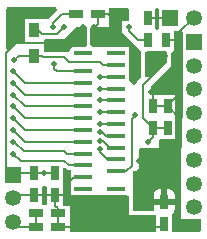
<source format=gbr>
%TF.GenerationSoftware,KiCad,Pcbnew,8.0.7*%
%TF.CreationDate,2025-04-29T18:30:23-03:00*%
%TF.ProjectId,ads_headstage_board_v4,6164735f-6865-4616-9473-746167655f62,rev?*%
%TF.SameCoordinates,Original*%
%TF.FileFunction,Copper,L2,Bot*%
%TF.FilePolarity,Positive*%
%FSLAX46Y46*%
G04 Gerber Fmt 4.6, Leading zero omitted, Abs format (unit mm)*
G04 Created by KiCad (PCBNEW 8.0.7) date 2025-04-29 18:30:23*
%MOMM*%
%LPD*%
G01*
G04 APERTURE LIST*
%TA.AperFunction,ComponentPad*%
%ADD10R,1.350000X1.350000*%
%TD*%
%TA.AperFunction,ComponentPad*%
%ADD11C,1.350000*%
%TD*%
%TA.AperFunction,SMDPad,CuDef*%
%ADD12R,0.750000X1.200000*%
%TD*%
%TA.AperFunction,SMDPad,CuDef*%
%ADD13R,1.200000X0.750000*%
%TD*%
%TA.AperFunction,SMDPad,CuDef*%
%ADD14R,1.500000X0.400000*%
%TD*%
%TA.AperFunction,SMDPad,CuDef*%
%ADD15R,0.900000X1.200000*%
%TD*%
%TA.AperFunction,ViaPad*%
%ADD16C,0.500000*%
%TD*%
%TA.AperFunction,Conductor*%
%ADD17C,0.203200*%
%TD*%
G04 APERTURE END LIST*
D10*
%TO.P,APwd1,1*%
%TO.N,/AVDD*%
X123450000Y-105200000D03*
D11*
%TO.P,APwd1,2*%
%TO.N,/AGND*%
X123450000Y-107200000D03*
%TO.P,APwd1,3*%
%TO.N,/AVSS*%
X123450000Y-109200000D03*
%TD*%
D12*
%TO.P,C2,1*%
%TO.N,/AVDD*%
X125200000Y-105050000D03*
%TO.P,C2,2*%
%TO.N,/AGND*%
X125200000Y-106950000D03*
%TD*%
D13*
%TO.P,C3,1*%
%TO.N,/AGND*%
X127300000Y-109650000D03*
%TO.P,C3,2*%
%TO.N,/AVSS*%
X125400000Y-109650000D03*
%TD*%
D12*
%TO.P,C4,1*%
%TO.N,/AVDD*%
X127050000Y-105050000D03*
%TO.P,C4,2*%
%TO.N,/AGND*%
X127050000Y-106950000D03*
%TD*%
D13*
%TO.P,C5,1*%
%TO.N,/AGND*%
X127300000Y-108450000D03*
%TO.P,C5,2*%
%TO.N,/AVSS*%
X125400000Y-108450000D03*
%TD*%
D12*
%TO.P,C6,1*%
%TO.N,/DVDD*%
X136550000Y-101250000D03*
%TO.P,C6,2*%
%TO.N,/DGND*%
X136550000Y-99350000D03*
%TD*%
%TO.P,C7,1*%
%TO.N,/DVDD*%
X135300000Y-101250000D03*
%TO.P,C7,2*%
%TO.N,/DGND*%
X135300000Y-99350000D03*
%TD*%
D13*
%TO.P,C8,1*%
%TO.N,/AVSS*%
X130650000Y-91600000D03*
%TO.P,C8,2*%
%TO.N,Net-(ADS1-Pad64)*%
X128750000Y-91600000D03*
%TD*%
D10*
%TO.P,DPwd1,1*%
%TO.N,/DVDD*%
X136750000Y-91900000D03*
D11*
%TO.P,DPwd1,2*%
%TO.N,/DGND*%
X138750000Y-91900000D03*
%TD*%
D14*
%TO.P,J1,42*%
%TO.N,Net-(J1-Pad42)*%
X132200000Y-106400000D03*
%TO.P,J1,43*%
%TO.N,Net-(J1-Pad43)*%
X129400000Y-106400000D03*
%TO.P,J1,41*%
%TO.N,Net-(J1-Pad41)*%
X129400000Y-94900000D03*
%TO.P,J1,1*%
%TO.N,/AGND*%
X132200000Y-95900000D03*
%TO.P,J1,3*%
%TO.N,/IN8N*%
X132200000Y-96900000D03*
%TO.P,J1,5*%
%TO.N,/IN7N*%
X132200000Y-97900000D03*
%TO.P,J1,7*%
%TO.N,/IN6N*%
X132200000Y-98900000D03*
%TO.P,J1,9*%
%TO.N,/IN5N*%
X132200000Y-99900000D03*
%TO.P,J1,11*%
%TO.N,/IN4N*%
X132200000Y-100900000D03*
%TO.P,J1,13*%
%TO.N,/IN3N*%
X132200000Y-101900000D03*
%TO.P,J1,15*%
%TO.N,/IN2N*%
X132200000Y-102900000D03*
%TO.P,J1,17*%
%TO.N,/IN1N*%
X132200000Y-103900000D03*
%TO.P,J1,19*%
%TO.N,/RDLout*%
X132200000Y-104900000D03*
%TO.P,J1,2*%
X129400000Y-96400000D03*
%TO.P,J1,4*%
%TO.N,/IN8P*%
X129400000Y-97400000D03*
%TO.P,J1,6*%
%TO.N,/IN7P*%
X129400000Y-98400000D03*
%TO.P,J1,8*%
%TO.N,/IN6P*%
X129400000Y-99400000D03*
%TO.P,J1,10*%
%TO.N,/IN5P*%
X129400000Y-100400000D03*
%TO.P,J1,12*%
%TO.N,/IN4P*%
X129400000Y-101400000D03*
%TO.P,J1,14*%
%TO.N,/IN3P*%
X129400000Y-102400000D03*
%TO.P,J1,16*%
%TO.N,/IN2P*%
X129400000Y-103400000D03*
%TO.P,J1,18*%
%TO.N,/IN1P*%
X129400000Y-104400000D03*
%TO.P,J1,20*%
%TO.N,/AGND*%
X129400000Y-105400000D03*
%TO.P,J1,40*%
%TO.N,Net-(J1-Pad40)*%
X132200000Y-94900000D03*
%TD*%
D12*
%TO.P,CLKSEL,1*%
%TO.N,/DVDD*%
X134900000Y-91900000D03*
%TO.P,CLKSEL,2*%
%TO.N,/CLKSEL*%
X134900000Y-93800000D03*
%TD*%
%TO.P,ADGND,1*%
%TO.N,/AGND*%
X136250000Y-109400000D03*
%TO.P,ADGND,2*%
%TO.N,/DGND*%
X136250000Y-107500000D03*
%TD*%
D15*
%TO.P,R2,1*%
%TO.N,/AGND*%
X125250000Y-95100000D03*
%TO.P,R2,2*%
%TO.N,/ADS1298/RLDIN*%
X125250000Y-92900000D03*
%TD*%
D10*
%TO.P,SPI1,1*%
%TO.N,/~{DRDY}*%
X138750000Y-93950000D03*
D11*
%TO.P,SPI1,2*%
%TO.N,/MISO*%
X138750000Y-95950000D03*
%TO.P,SPI1,3*%
%TO.N,/SPI_CLK*%
X138750000Y-97950000D03*
%TO.P,SPI1,4*%
%TO.N,/~{CS}*%
X138750000Y-99950000D03*
%TO.P,SPI1,5*%
%TO.N,/START*%
X138750000Y-101950000D03*
%TO.P,SPI1,6*%
%TO.N,/~{RESET}*%
X138750000Y-103950000D03*
%TO.P,SPI1,7*%
%TO.N,/MOSI*%
X138750000Y-105950000D03*
%TO.P,SPI1,8*%
%TO.N,/CLK*%
X138750000Y-107950000D03*
%TD*%
D12*
%TO.P,jDGND1,1*%
%TO.N,/DGND*%
X136400000Y-93800000D03*
%TD*%
D16*
%TO.N,/IN8N*%
X130800000Y-96900000D03*
%TO.N,/IN8P*%
X123500000Y-96400000D03*
%TO.N,/IN7N*%
X130800000Y-97900000D03*
%TO.N,/IN7P*%
X123500000Y-97400000D03*
%TO.N,/IN6N*%
X130800000Y-98900000D03*
%TO.N,/IN6P*%
X123500000Y-98400000D03*
%TO.N,/IN5N*%
X130800000Y-99900000D03*
%TO.N,/IN5P*%
X123500000Y-99400000D03*
%TO.N,/IN4N*%
X130800000Y-100900000D03*
%TO.N,/IN4P*%
X123500000Y-100400000D03*
%TO.N,/IN3N*%
X130800000Y-101600000D03*
%TO.N,/IN3P*%
X123500000Y-101400000D03*
%TO.N,/IN2N*%
X130800000Y-102300000D03*
%TO.N,/IN2P*%
X123500000Y-102400000D03*
%TO.N,/IN1N*%
X130800000Y-103000000D03*
%TO.N,/IN1P*%
X123500000Y-103400000D03*
%TO.N,/AVDD*%
X126100000Y-105050000D03*
X129350000Y-92700000D03*
%TO.N,/AVSS*%
X133700000Y-97350000D03*
X132350000Y-92700000D03*
X130350000Y-92700000D03*
%TO.N,/DGND*%
X135100000Y-98150000D03*
X134100000Y-104050000D03*
X136250000Y-104250000D03*
%TO.N,/DVDD*%
X136300000Y-95150000D03*
X134900000Y-102400000D03*
%TO.N,/CLKSEL*%
X133250000Y-92700000D03*
%TO.N,/ADS1298/RLDIN*%
X127750000Y-92700000D03*
%TO.N,/RDLout*%
X133800000Y-100150000D03*
X126950000Y-95800000D03*
%TO.N,Net-(ADS1-Pad64)*%
X126850000Y-92700000D03*
%TO.N,/AGND*%
X123550000Y-95500000D03*
%TD*%
D17*
%TO.N,/IN8N*%
X130800000Y-96900000D02*
X132200000Y-96900000D01*
%TO.N,/IN8P*%
X124500000Y-97400000D02*
X129400000Y-97400000D01*
X123500000Y-96400000D02*
X124500000Y-97400000D01*
%TO.N,/IN7N*%
X130800000Y-97900000D02*
X132200000Y-97900000D01*
%TO.N,/IN7P*%
X124500000Y-98400000D02*
X129400000Y-98400000D01*
X123500000Y-97400000D02*
X124500000Y-98400000D01*
%TO.N,/IN6N*%
X130800000Y-98900000D02*
X132200000Y-98900000D01*
%TO.N,/IN6P*%
X124500000Y-99400000D02*
X129400000Y-99400000D01*
X123500000Y-98400000D02*
X124500000Y-99400000D01*
%TO.N,/IN5N*%
X130800000Y-99900000D02*
X132200000Y-99900000D01*
%TO.N,/IN5P*%
X124500000Y-100400000D02*
X129400000Y-100400000D01*
X123500000Y-99400000D02*
X124500000Y-100400000D01*
%TO.N,/IN4N*%
X132200000Y-100900000D02*
X130800000Y-100900000D01*
%TO.N,/IN4P*%
X124500000Y-101400000D02*
X129400000Y-101400000D01*
X123500000Y-100400000D02*
X124500000Y-101400000D01*
%TO.N,/IN3N*%
X131300000Y-101900000D02*
X131000000Y-101600000D01*
X131000000Y-101600000D02*
X130800000Y-101600000D01*
X131300000Y-101900000D02*
X132200000Y-101900000D01*
%TO.N,/IN3P*%
X124500000Y-102400000D02*
X129400000Y-102400000D01*
X123500000Y-101400000D02*
X124500000Y-102400000D01*
%TO.N,/IN2N*%
X132200000Y-102900000D02*
X131700000Y-102900000D01*
X131700000Y-102900000D02*
X131100000Y-102300000D01*
X131100000Y-102300000D02*
X130800000Y-102300000D01*
X130800000Y-102300000D02*
X130800000Y-102300000D01*
X131550000Y-102900000D02*
X132200000Y-102900000D01*
%TO.N,/IN2P*%
X123500000Y-102400000D02*
X123550000Y-102400000D01*
X128000000Y-103400000D02*
X129400000Y-103400000D01*
X127800000Y-103200000D02*
X128000000Y-103400000D01*
X124350000Y-103200000D02*
X127800000Y-103200000D01*
X123550000Y-102400000D02*
X124350000Y-103200000D01*
%TO.N,/IN1N*%
X131400000Y-103900000D02*
X130800000Y-103300000D01*
X130800000Y-103300000D02*
X130800000Y-103000000D01*
X131400000Y-103900000D02*
X132200000Y-103900000D01*
%TO.N,/IN1P*%
X128200000Y-104400000D02*
X129400000Y-104400000D01*
X127800000Y-104000000D02*
X128200000Y-104400000D01*
X124100000Y-104000000D02*
X127800000Y-104000000D01*
X123500000Y-103400000D02*
X124100000Y-104000000D01*
%TO.N,/AVDD*%
X123750000Y-94000000D02*
X123750000Y-93100000D01*
X123450000Y-105200000D02*
X123450000Y-105050000D01*
X123450000Y-105050000D02*
X122900000Y-104500000D01*
X125200000Y-105050000D02*
X123600000Y-105050000D01*
X123600000Y-105050000D02*
X123450000Y-105200000D01*
X125200000Y-105050000D02*
X127050000Y-105050000D01*
X127050000Y-105050000D02*
X126100000Y-105050000D01*
X127850000Y-94000000D02*
X128050000Y-94000000D01*
X127850000Y-94000000D02*
X123750000Y-94000000D01*
X123750000Y-94000000D02*
X122900000Y-94850000D01*
X122900000Y-105100000D02*
X122900000Y-104500000D01*
X122900000Y-104500000D02*
X122900000Y-94850000D01*
X128050000Y-94000000D02*
X129350000Y-92700000D01*
X122900000Y-105100000D02*
X123300000Y-105500000D01*
X123300000Y-105500000D02*
X123750000Y-105050000D01*
X123750000Y-105050000D02*
X126100000Y-105050000D01*
%TO.N,/AVSS*%
X125400000Y-109650000D02*
X123900000Y-109650000D01*
X123900000Y-109650000D02*
X123450000Y-109200000D01*
X133700000Y-97350000D02*
X133700000Y-94450000D01*
X132350000Y-93150000D02*
X133700000Y-94450000D01*
X132350000Y-93150000D02*
X132350000Y-92700000D01*
X132350000Y-92700000D02*
X132350000Y-92450000D01*
X132350000Y-92450000D02*
X131500000Y-91600000D01*
X131500000Y-91600000D02*
X130650000Y-91600000D01*
X130650000Y-92400000D02*
X130650000Y-91600000D01*
X130350000Y-92700000D02*
X130650000Y-92400000D01*
X125400000Y-108450000D02*
X125400000Y-109650000D01*
%TO.N,/DGND*%
X138750000Y-91900000D02*
X137550000Y-93100000D01*
X137550000Y-93100000D02*
X137550000Y-93400000D01*
X137150000Y-93800000D02*
X136400000Y-93800000D01*
X137550000Y-93400000D02*
X137150000Y-93800000D01*
X135300000Y-99350000D02*
X135300000Y-98350000D01*
X135300000Y-98350000D02*
X135100000Y-98150000D01*
X137550000Y-100350000D02*
X137550000Y-102950000D01*
X136550000Y-99350000D02*
X137550000Y-100350000D01*
X137550000Y-102950000D02*
X136250000Y-104250000D01*
X134100000Y-104050000D02*
X136050000Y-104050000D01*
X136050000Y-104050000D02*
X136250000Y-104250000D01*
X136950000Y-98950000D02*
X136550000Y-99350000D01*
X137550000Y-98350000D02*
X136950000Y-98950000D01*
X137550000Y-93100000D02*
X137550000Y-98350000D01*
X135300000Y-99350000D02*
X135300000Y-98850000D01*
X136250000Y-104250000D02*
X136250000Y-107500000D01*
X136250000Y-107500000D02*
X136250000Y-104250000D01*
X136550000Y-99350000D02*
X135300000Y-99350000D01*
%TO.N,/DVDD*%
X136750000Y-91900000D02*
X134900000Y-91900000D01*
X134450000Y-98500000D02*
X134450000Y-97600000D01*
X135300000Y-101250000D02*
X134450000Y-100400000D01*
X134450000Y-100400000D02*
X134450000Y-98500000D01*
X136300000Y-95750000D02*
X136300000Y-95150000D01*
X134450000Y-97600000D02*
X136300000Y-95750000D01*
X134900000Y-102400000D02*
X135300000Y-102000000D01*
X135300000Y-102000000D02*
X135300000Y-101250000D01*
X135300000Y-101250000D02*
X136550000Y-101250000D01*
%TO.N,/CLKSEL*%
X134900000Y-93800000D02*
X134050000Y-93800000D01*
X133250000Y-93000000D02*
X133250000Y-92700000D01*
X134050000Y-93800000D02*
X133250000Y-93000000D01*
%TO.N,/ADS1298/RLDIN*%
X125250000Y-92900000D02*
X125550000Y-92900000D01*
X125550000Y-92900000D02*
X125950000Y-93300000D01*
X125950000Y-93300000D02*
X127150000Y-93300000D01*
X127150000Y-93300000D02*
X127750000Y-92700000D01*
X127750000Y-92700000D02*
X127250000Y-93200000D01*
%TO.N,/RDLout*%
X132200000Y-104900000D02*
X133050000Y-104900000D01*
X133500000Y-100450000D02*
X133800000Y-100150000D01*
X133500000Y-104450000D02*
X133500000Y-100450000D01*
X133050000Y-104900000D02*
X133500000Y-104450000D01*
X129400000Y-96400000D02*
X127150000Y-96400000D01*
X126950000Y-96200000D02*
X127150000Y-96400000D01*
X126950000Y-96200000D02*
X126950000Y-95800000D01*
%TO.N,Net-(ADS1-Pad64)*%
X128750000Y-91600000D02*
X127600000Y-91600000D01*
X126850000Y-92350000D02*
X126850000Y-92700000D01*
X127600000Y-91600000D02*
X126850000Y-92350000D01*
X128750000Y-91600000D02*
X128450000Y-91600000D01*
%TO.N,/AGND*%
X127050000Y-106950000D02*
X127050000Y-107800000D01*
X127300000Y-108050000D02*
X127300000Y-108450000D01*
X127050000Y-107800000D02*
X127300000Y-108050000D01*
X129400000Y-105400000D02*
X128600000Y-105400000D01*
X127700000Y-106950000D02*
X127050000Y-106950000D01*
X127950000Y-106700000D02*
X127700000Y-106950000D01*
X127950000Y-106050000D02*
X127950000Y-106700000D01*
X128600000Y-105400000D02*
X127950000Y-106050000D01*
X125250000Y-95100000D02*
X123950000Y-95100000D01*
X123950000Y-95100000D02*
X123550000Y-95500000D01*
X125250000Y-95100000D02*
X125900000Y-95100000D01*
X131100000Y-95900000D02*
X132200000Y-95900000D01*
X130850000Y-95650000D02*
X131100000Y-95900000D01*
X128200000Y-95650000D02*
X130850000Y-95650000D01*
X127750000Y-95200000D02*
X128200000Y-95650000D01*
X126000000Y-95200000D02*
X127750000Y-95200000D01*
X125900000Y-95100000D02*
X126000000Y-95200000D01*
X127300000Y-109650000D02*
X129800000Y-109650000D01*
X129800000Y-109650000D02*
X136000000Y-109650000D01*
X136000000Y-109650000D02*
X136250000Y-109400000D01*
X125200000Y-106950000D02*
X127050000Y-106950000D01*
X123300000Y-107500000D02*
X123850000Y-106950000D01*
X123850000Y-106950000D02*
X125200000Y-106950000D01*
X127300000Y-108450000D02*
X127300000Y-109650000D01*
%TD*%
%TA.AperFunction,Conductor*%
%TO.N,/AGND*%
G36*
X127908512Y-104612568D02*
G01*
X127915095Y-104618697D01*
X127981349Y-104684951D01*
X127987906Y-104689983D01*
X127987369Y-104690682D01*
X128001599Y-104701599D01*
X128050000Y-104750000D01*
X128113765Y-104750000D01*
X128146374Y-104754292D01*
X128153119Y-104756100D01*
X128246881Y-104756100D01*
X128274000Y-104756100D01*
X128342121Y-104776102D01*
X128388614Y-104829758D01*
X128400000Y-104882100D01*
X128400000Y-106139899D01*
X128397579Y-106164480D01*
X128395500Y-106174928D01*
X128395500Y-106625064D01*
X128395501Y-106625073D01*
X128397578Y-106635510D01*
X128400000Y-106660094D01*
X128400000Y-106950000D01*
X133124000Y-106950000D01*
X133192121Y-106970002D01*
X133238614Y-107023658D01*
X133250000Y-107076000D01*
X133250000Y-108550000D01*
X133250000Y-108600000D01*
X135474000Y-108600000D01*
X135542121Y-108620002D01*
X135588614Y-108673658D01*
X135600000Y-108726000D01*
X135600000Y-109924000D01*
X135579998Y-109992121D01*
X135526342Y-110038614D01*
X135474000Y-110050000D01*
X128376000Y-110050000D01*
X128307879Y-110029998D01*
X128261386Y-109976342D01*
X128250000Y-109924000D01*
X128250000Y-107850000D01*
X127826000Y-107850000D01*
X127757879Y-107829998D01*
X127711386Y-107776342D01*
X127700000Y-107724000D01*
X127700000Y-104707792D01*
X127720002Y-104639671D01*
X127773658Y-104593178D01*
X127843932Y-104583074D01*
X127908512Y-104612568D01*
G37*
%TD.AperFunction*%
%TD*%
%TA.AperFunction,Conductor*%
%TO.N,/DGND*%
G36*
X137787591Y-93020002D02*
G01*
X137834084Y-93073658D01*
X137844188Y-93143932D01*
X137835880Y-93174215D01*
X137835266Y-93175695D01*
X137820500Y-93249930D01*
X137820500Y-94650063D01*
X137820501Y-94650073D01*
X137837687Y-94736474D01*
X137835729Y-94736863D01*
X137841045Y-94763961D01*
X137836054Y-95747322D01*
X137835366Y-95759843D01*
X137820427Y-95901981D01*
X137815380Y-95950000D01*
X137833396Y-96121419D01*
X137834084Y-96135229D01*
X137825385Y-97848809D01*
X137824697Y-97861337D01*
X137815380Y-97949998D01*
X137815380Y-97950000D01*
X137823711Y-98029278D01*
X137824399Y-98043086D01*
X137800263Y-102798184D01*
X137779916Y-102866202D01*
X137763360Y-102886639D01*
X137700000Y-102949998D01*
X137700000Y-102950000D01*
X137700000Y-108900000D01*
X139224000Y-108900000D01*
X139292121Y-108920002D01*
X139338614Y-108973658D01*
X139350000Y-109026000D01*
X139350000Y-109924000D01*
X139329998Y-109992121D01*
X139276342Y-110038614D01*
X139224000Y-110050000D01*
X137076000Y-110050000D01*
X137007879Y-110029998D01*
X136961386Y-109976342D01*
X136950000Y-109924000D01*
X136950000Y-108552998D01*
X136970002Y-108484877D01*
X136986911Y-108463897D01*
X136987904Y-108462904D01*
X137075444Y-108345965D01*
X137075444Y-108345964D01*
X137126494Y-108209093D01*
X137132999Y-108148597D01*
X137133000Y-108148585D01*
X137133000Y-107754000D01*
X135367000Y-107754000D01*
X135367000Y-108148590D01*
X135368284Y-108160527D01*
X135355680Y-108230396D01*
X135307304Y-108282360D01*
X135243006Y-108300000D01*
X133726000Y-108300000D01*
X133657879Y-108279998D01*
X133611386Y-108226342D01*
X133600000Y-108174000D01*
X133600000Y-106851402D01*
X135367000Y-106851402D01*
X135367000Y-107246000D01*
X135996000Y-107246000D01*
X136504000Y-107246000D01*
X137133000Y-107246000D01*
X137133000Y-106851414D01*
X137132999Y-106851402D01*
X137126494Y-106790906D01*
X137075444Y-106654035D01*
X137075444Y-106654034D01*
X136987904Y-106537095D01*
X136870965Y-106449555D01*
X136734093Y-106398505D01*
X136673597Y-106392000D01*
X136504000Y-106392000D01*
X136504000Y-107246000D01*
X135996000Y-107246000D01*
X135996000Y-106392000D01*
X135826402Y-106392000D01*
X135765906Y-106398505D01*
X135629035Y-106449555D01*
X135629034Y-106449555D01*
X135512095Y-106537095D01*
X135424555Y-106654034D01*
X135424555Y-106654035D01*
X135373505Y-106790906D01*
X135367000Y-106851402D01*
X133600000Y-106851402D01*
X133600000Y-104976000D01*
X133620002Y-104907879D01*
X133673658Y-104861386D01*
X133726000Y-104850000D01*
X133849998Y-104850000D01*
X133850000Y-104850000D01*
X134100000Y-104650000D01*
X134100000Y-103076000D01*
X134120002Y-103007879D01*
X134173658Y-102961386D01*
X134226000Y-102950000D01*
X135800000Y-102950000D01*
X135800000Y-102326000D01*
X135820002Y-102257879D01*
X135873658Y-102211386D01*
X135926000Y-102200000D01*
X137200000Y-102200000D01*
X137200000Y-98400000D01*
X135226000Y-98400000D01*
X135157879Y-98379998D01*
X135111386Y-98326342D01*
X135100000Y-98274000D01*
X135100000Y-97752190D01*
X135120002Y-97684069D01*
X135136905Y-97663095D01*
X136850000Y-95950000D01*
X136850000Y-94913000D01*
X136870002Y-94844879D01*
X136900400Y-94812200D01*
X137050000Y-94700000D01*
X137050000Y-93126000D01*
X137070002Y-93057879D01*
X137123658Y-93011386D01*
X137176000Y-93000000D01*
X137719470Y-93000000D01*
X137787591Y-93020002D01*
G37*
%TD.AperFunction*%
%TD*%
%TA.AperFunction,Conductor*%
%TO.N,/AGND*%
G36*
X126292121Y-106170002D02*
G01*
X126338614Y-106223658D01*
X126350000Y-106276000D01*
X126350000Y-107624000D01*
X126329998Y-107692121D01*
X126276342Y-107738614D01*
X126224000Y-107750000D01*
X126026000Y-107750000D01*
X125957879Y-107729998D01*
X125911386Y-107676342D01*
X125900000Y-107624000D01*
X125900000Y-106276000D01*
X125920002Y-106207879D01*
X125973658Y-106161386D01*
X126026000Y-106150000D01*
X126224000Y-106150000D01*
X126292121Y-106170002D01*
G37*
%TD.AperFunction*%
%TD*%
%TA.AperFunction,Conductor*%
%TO.N,/AVDD*%
G36*
X127092121Y-91020002D02*
G01*
X127138614Y-91073658D01*
X127150000Y-91126000D01*
X127150000Y-91297810D01*
X127129998Y-91365931D01*
X127113095Y-91386905D01*
X126536905Y-91963095D01*
X126474593Y-91997121D01*
X126447810Y-92000000D01*
X124500000Y-92000000D01*
X124500000Y-93874000D01*
X124479998Y-93942121D01*
X124426342Y-93988614D01*
X124374000Y-94000000D01*
X123749998Y-94000000D01*
X123701461Y-94048538D01*
X123698543Y-94051365D01*
X123112177Y-94601084D01*
X123048800Y-94633082D01*
X122978184Y-94625737D01*
X122922750Y-94581380D01*
X122900097Y-94514094D01*
X122900000Y-94509162D01*
X122900000Y-91126000D01*
X122920002Y-91057879D01*
X122973658Y-91011386D01*
X123026000Y-91000000D01*
X127024000Y-91000000D01*
X127092121Y-91020002D01*
G37*
%TD.AperFunction*%
%TD*%
%TA.AperFunction,Conductor*%
%TO.N,/AVDD*%
G36*
X129642121Y-92670002D02*
G01*
X129688614Y-92723658D01*
X129700000Y-92776000D01*
X129700000Y-94224000D01*
X129679998Y-94292121D01*
X129626342Y-94338614D01*
X129574000Y-94350000D01*
X128450000Y-94350000D01*
X128250000Y-94600000D01*
X128250000Y-94674000D01*
X128229998Y-94742121D01*
X128176342Y-94788614D01*
X128124000Y-94800000D01*
X126252190Y-94800000D01*
X126184069Y-94779998D01*
X126163095Y-94763095D01*
X126086905Y-94686905D01*
X126052879Y-94624593D01*
X126050000Y-94597810D01*
X126050000Y-93888149D01*
X126070002Y-93820028D01*
X126071125Y-93818311D01*
X126112595Y-93756106D01*
X126167024Y-93710523D01*
X126217433Y-93700000D01*
X127799999Y-93700000D01*
X127800000Y-93700000D01*
X128863483Y-92684856D01*
X128926569Y-92652290D01*
X128950483Y-92650000D01*
X129574000Y-92650000D01*
X129642121Y-92670002D01*
G37*
%TD.AperFunction*%
%TD*%
%TA.AperFunction,Conductor*%
%TO.N,/AVSS*%
G36*
X133192121Y-91070002D02*
G01*
X133238614Y-91123658D01*
X133250000Y-91176000D01*
X133250000Y-92074000D01*
X133229998Y-92142121D01*
X133176342Y-92188614D01*
X133124000Y-92200000D01*
X132650000Y-92200000D01*
X132650000Y-93200000D01*
X134260270Y-94712678D01*
X134296224Y-94773895D01*
X134300000Y-94804511D01*
X134300000Y-96852656D01*
X134279998Y-96920777D01*
X134268825Y-96935627D01*
X133987650Y-97256971D01*
X133927739Y-97295066D01*
X133892825Y-97300000D01*
X133452190Y-97300000D01*
X133384069Y-97279998D01*
X133363095Y-97263095D01*
X133336905Y-97236905D01*
X133302879Y-97174593D01*
X133300000Y-97147810D01*
X133300000Y-94450000D01*
X133299999Y-94449998D01*
X133250001Y-94400000D01*
X133250000Y-94400000D01*
X130252190Y-94400000D01*
X130184069Y-94379998D01*
X130163095Y-94363095D01*
X130036905Y-94236905D01*
X130002879Y-94174593D01*
X130000000Y-94147810D01*
X130000000Y-92776000D01*
X130020002Y-92707879D01*
X130073658Y-92661386D01*
X130126000Y-92650000D01*
X131600000Y-92650000D01*
X131600000Y-91176000D01*
X131620002Y-91107879D01*
X131673658Y-91061386D01*
X131726000Y-91050000D01*
X133124000Y-91050000D01*
X133192121Y-91070002D01*
G37*
%TD.AperFunction*%
%TD*%
%TA.AperFunction,Conductor*%
%TO.N,/DVDD*%
G36*
X135792121Y-91120002D02*
G01*
X135838614Y-91173658D01*
X135850000Y-91226000D01*
X135850000Y-92774000D01*
X135829998Y-92842121D01*
X135776342Y-92888614D01*
X135724000Y-92900000D01*
X135626000Y-92900000D01*
X135557879Y-92879998D01*
X135511386Y-92826342D01*
X135500000Y-92774000D01*
X135500000Y-91226000D01*
X135520002Y-91157879D01*
X135573658Y-91111386D01*
X135626000Y-91100000D01*
X135724000Y-91100000D01*
X135792121Y-91120002D01*
G37*
%TD.AperFunction*%
%TD*%
%TA.AperFunction,Conductor*%
%TO.N,/DVDD*%
G36*
X136442121Y-94770002D02*
G01*
X136488614Y-94823658D01*
X136500000Y-94876000D01*
X136500000Y-95646355D01*
X136479998Y-95714476D01*
X136461332Y-95737180D01*
X135236582Y-96914825D01*
X135173614Y-96947622D01*
X135149250Y-96950000D01*
X134776000Y-96950000D01*
X134707879Y-96929998D01*
X134661386Y-96876342D01*
X134650000Y-96824000D01*
X134650000Y-94876000D01*
X134670002Y-94807879D01*
X134723658Y-94761386D01*
X134776000Y-94750000D01*
X136374000Y-94750000D01*
X136442121Y-94770002D01*
G37*
%TD.AperFunction*%
%TD*%
M02*

</source>
